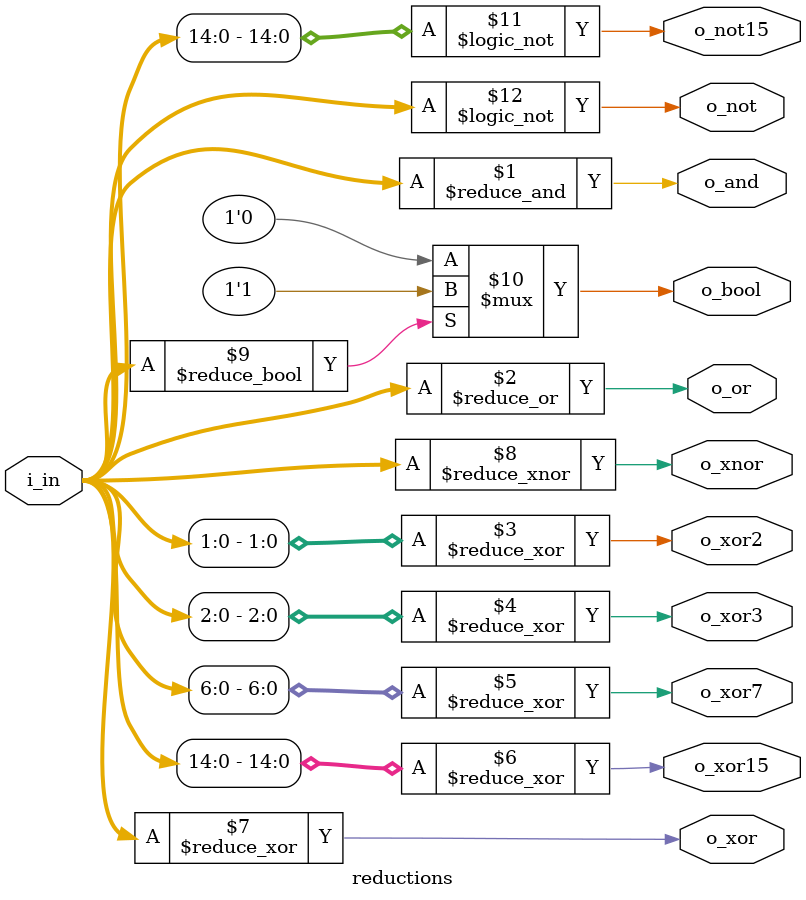
<source format=sv>
`default_nettype none


module reductions (
	i_in, o_and, o_or,
	o_xor2, o_xor3, o_xor7, o_xor15, o_xor,
	o_xnor, o_bool, o_not15, o_not
);
	parameter W = 20;

	input logic [W-1:0] i_in;
	output logic o_and, o_or, o_xor2, o_xor3, o_xor7, o_xor15, o_xor,
		o_xnor, o_bool, o_not15, o_not;

	assign o_and = &i_in;
	assign o_or = |i_in;
	assign o_xor2 = ^i_in[1:0];
	assign o_xor3 = ^i_in[2:0];
	assign o_xor7 = ^i_in[6:0];
	assign o_xor15 = ^i_in[14:0];
	assign o_xor = ^i_in;
	assign o_xnor = ~^i_in;
	assign o_bool = i_in ? 1'b1 : 1'b0;
	assign o_not15 = !i_in[14:0];
	assign o_not = !i_in;
endmodule

</source>
